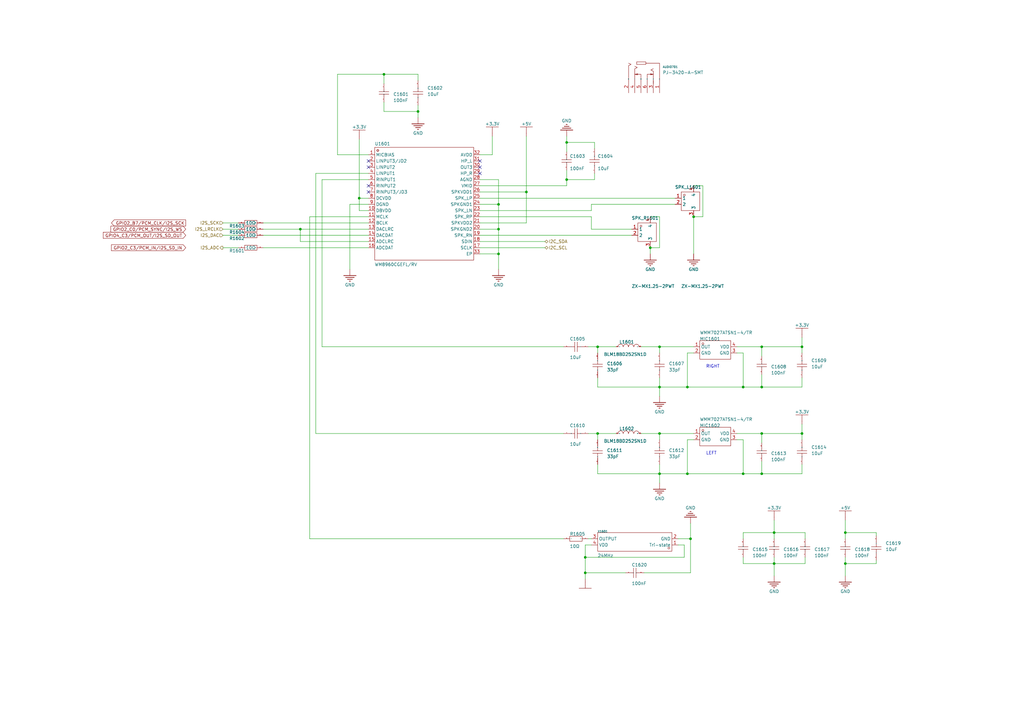
<source format=kicad_sch>
(kicad_sch (version 20250114) (generator "eeschema") (generator_version "9.0")
  (paper "A3")
  (title_block (date "2025-02-21"))
  (lib_symbols
    (symbol "mainboard:0402B104K250NT"
      (property "Reference" "C" (at 0 0 0))
      (symbol "0402B104K250NT_1_0"
        (pin input line (at -3.81 0 0) (length 2.54) (name "1") (number "1"))
        (pin input line (at 3.81 0 180) (length 2.54) (name "2") (number "2"))
      )
    )
    (symbol "mainboard:0603CG330J500NT"
      (property "Reference" "C" (at 0 0 0))
      (symbol "0603CG330J500NT_1_0"
        (pin unspecified line (at -5.08 0 0) (length 2.54) (name "1") (number "1"))
        (pin unspecified line (at 5.08 0 180) (length 2.54) (name "2") (number "2"))
      )
    )
    (symbol "mainboard:0603WAF100JT5E"
      (property "Reference" "R" (at 0 0 0))
      (symbol "0603WAF100JT5E_1_0"
        (pin input line (at -5.08 0 0) (length 2.54) (name "1") (number "1"))
        (pin input line (at 5.08 0 180) (length 2.54) (name "2") (number "2"))
      )
    )
    (symbol "mainboard:BLM18BD252SN1D"
      (property "Reference" "L" (at 0 0 0))
      (symbol "BLM18BD252SN1D_1_0"
        (pin input line (at -5.08 0 0) (length 0.762) (name "1") (number "1"))
        (pin input line (at 5.08 0 180) (length 0.762) (name "2") (number "2"))
      )
    )
    (symbol "mainboard:CL10A106MA8NRNC"
      (property "Reference" "C" (at 0 0 0))
      (symbol "CL10A106MA8NRNC_1_0"
        (pin input line (at -5.08 0 0) (length 2.54) (name "1") (number "1"))
        (pin input line (at 5.08 0 180) (length 2.54) (name "2") (number "2"))
      )
    )
    (symbol "mainboard:Ground-GND" (power) (pin_numbers (hide yes)) (pin_names (hide yes))
      (property "Value" "GND" (at 0 -6.35 0))
      (symbol "Ground-GND_1_0"
        (pin power_in line (at 0 0 270) (length 2.54) (name "") (number "1"))
      )
    )
    (symbol "mainboard:OT322524MJBA4SL"
      (property "Reference" "X" (at 0 0 0))
      (symbol "OT322524MJBA4SL_1_0"
        (pin input line (at -17.78 1.27 0) (length 2.54) (name "Tri-state") (number "1"))
        (pin input line (at -17.78 -1.27 0) (length 2.54) (name "GND") (number "2"))
        (pin input line (at 17.78 1.27 180) (length 2.54) (name "VDD") (number "4"))
        (pin input line (at 17.78 -1.27 180) (length 2.54) (name "OUTPUT") (number "3"))
      )
    )
    (symbol "mainboard:PJ-3537-X"
      (property "Reference" "AUDIO" (at 0 0 0))
      (symbol "PJ-3537-X_1_0"
        (pin input line (at 5.08 7.62 180) (length 5.08) (name "1") (number "1"))
        (pin input line (at 5.08 5.08 180) (length 5.08) (name "3") (number "3"))
        (pin input line (at 5.08 2.54 180) (length 5.08) (name "6") (number "6"))
        (pin input line (at 5.08 0 180) (length 5.08) (name "5") (number "5"))
        (pin input line (at 5.08 -2.54 180) (length 5.08) (name "4") (number "4"))
        (pin input line (at 5.08 -5.08 180) (length 5.08) (name "2") (number "2"))
      )
    )
    (symbol "mainboard:Power-5V" (power) (pin_numbers (hide yes)) (pin_names (hide yes))
      (symbol "Power-5V_1_0"
        (pin power_in line (at 0 0 90) (length 1.27) (name "") (number "1"))
      )
    )
    (symbol "mainboard:WM8960CGEFL/RV"
      (property "Reference" "U" (at 0 0 0))
      (symbol "WM8960CGEFL/RV_1_0"
        (pin unspecified line (at -22.86 19.05 0) (length 2.54) (name "MICBIAS") (number "1"))
        (pin unspecified line (at -22.86 16.51 0) (length 2.54) (name "LINPUT3/JD2") (number "2"))
        (pin unspecified line (at -22.86 13.97 0) (length 2.54) (name "LINPUT2") (number "3"))
        (pin unspecified line (at -22.86 11.43 0) (length 2.54) (name "LINPUT1") (number "4"))
        (pin unspecified line (at -22.86 8.89 0) (length 2.54) (name "RINPUT1") (number "5"))
        (pin unspecified line (at -22.86 6.35 0) (length 2.54) (name "RINPUT2") (number "6"))
        (pin unspecified line (at -22.86 3.81 0) (length 2.54) (name "RINPUT3/JD3") (number "7"))
        (pin unspecified line (at -22.86 1.27 0) (length 2.54) (name "DCVDD") (number "8"))
        (pin unspecified line (at -22.86 -1.27 0) (length 2.54) (name "DGND") (number "9"))
        (pin unspecified line (at -22.86 -3.81 0) (length 2.54) (name "DBVDD") (number "10"))
        (pin unspecified line (at -22.86 -6.35 0) (length 2.54) (name "MCLK") (number "11"))
        (pin unspecified line (at -22.86 -8.89 0) (length 2.54) (name "BCLK") (number "12"))
        (pin unspecified line (at -22.86 -11.43 0) (length 2.54) (name "DACLRC") (number "13"))
        (pin unspecified line (at -22.86 -13.97 0) (length 2.54) (name "DACDAT") (number "14"))
        (pin unspecified line (at -22.86 -16.51 0) (length 2.54) (name "ADCLRC") (number "15"))
        (pin unspecified line (at -22.86 -19.05 0) (length 2.54) (name "ADCDAT") (number "16"))
        (pin unspecified line (at 22.86 19.05 180) (length 2.54) (name "AVDD") (number "32"))
        (pin unspecified line (at 22.86 16.51 180) (length 2.54) (name "HP_L") (number "31"))
        (pin unspecified line (at 22.86 13.97 180) (length 2.54) (name "OUT3") (number "30"))
        (pin unspecified line (at 22.86 11.43 180) (length 2.54) (name "HP_R") (number "29"))
        (pin unspecified line (at 22.86 8.89 180) (length 2.54) (name "AGND") (number "28"))
        (pin unspecified line (at 22.86 6.35 180) (length 2.54) (name "VMID") (number "27"))
        (pin unspecified line (at 22.86 3.81 180) (length 2.54) (name "SPKVDD1") (number "26"))
        (pin unspecified line (at 22.86 1.27 180) (length 2.54) (name "SPK_LP") (number "25"))
        (pin unspecified line (at 22.86 -1.27 180) (length 2.54) (name "SPKGND1") (number "24"))
        (pin unspecified line (at 22.86 -3.81 180) (length 2.54) (name "SPK_LN") (number "23"))
        (pin unspecified line (at 22.86 -6.35 180) (length 2.54) (name "SPK_RP") (number "22"))
        (pin unspecified line (at 22.86 -8.89 180) (length 2.54) (name "SPKVDD2") (number "21"))
        (pin unspecified line (at 22.86 -11.43 180) (length 2.54) (name "SPKGND2") (number "20"))
        (pin unspecified line (at 22.86 -13.97 180) (length 2.54) (name "SPK_RN") (number "19"))
        (pin unspecified line (at 22.86 -16.51 180) (length 2.54) (name "SDIN") (number "18"))
        (pin unspecified line (at 22.86 -19.05 180) (length 2.54) (name "SCLK") (number "17"))
        (pin unspecified line (at 22.86 -21.59 180) (length 2.54) (name "EP") (number "33"))
      )
    )
    (symbol "mainboard:WMM7027ATSN1-4/TR"
      (property "Reference" "MIC" (at 0 0 0))
      (symbol "WMM7027ATSN1-4/TR_1_0"
        (pin unspecified line (at -8.89 1.27 0) (length 2.54) (name "OUT") (number "1"))
        (pin unspecified line (at -8.89 -1.27 0) (length 2.54) (name "GND") (number "2"))
        (pin unspecified line (at 8.89 1.27 180) (length 2.54) (name "VDD") (number "4"))
        (pin unspecified line (at 8.89 -1.27 180) (length 2.54) (name "GND") (number "3"))
      )
    )
    (symbol "mainboard:ZX-MX1.25-2PWT"
      (property "Reference" "U" (at 0 0 0))
      (symbol "ZX-MX1.25-2PWT_1_0"
        (pin unspecified line (at -5.08 2.54 0) (length 2.54) (name "1") (number "1"))
        (pin unspecified line (at -5.08 0 0) (length 2.54) (name "2") (number "2"))
        (pin unspecified line (at 2.54 7.62 270) (length 2.54) (name "4") (number "4"))
        (pin unspecified line (at 2.54 -5.08 90) (length 2.54) (name "3") (number "3"))
      )
    )
  )
  (text "RIGHT" (at 289.56 151.13 0) (effects (font (size 1.27 1.27)) (justify left bottom)))
  (text "LEFT" (at 289.56 186.69 0) (effects (font (size 1.27 1.27)) (justify left bottom)))
  (junction (at 283.21 220.98))
  (junction (at 328.93 142.24))
  (junction (at 266.7 101.6))
  (junction (at 270.51 177.8))
  (junction (at 215.9 78.74))
  (junction (at 304.8 158.75))
  (junction (at 312.42 142.24))
  (junction (at 123.19 93.98))
  (junction (at 281.94 194.31))
  (junction (at 346.71 231.14))
  (junction (at 312.42 158.75))
  (junction (at 346.71 218.44))
  (junction (at 232.41 58.42))
  (junction (at 312.42 194.31))
  (junction (at 270.51 158.75))
  (junction (at 157.48 30.48))
  (junction (at 240.03 234.95))
  (junction (at 232.41 73.66))
  (junction (at 270.51 142.24))
  (junction (at 245.11 142.24))
  (junction (at 328.93 177.8))
  (junction (at 240.03 228.6))
  (junction (at 204.47 93.98))
  (junction (at 147.32 81.28))
  (junction (at 245.11 177.8))
  (junction (at 281.94 158.75))
  (junction (at 270.51 194.31))
  (junction (at 317.5 218.44))
  (junction (at 171.45 45.72))
  (junction (at 304.8 194.31))
  (junction (at 312.42 177.8))
  (junction (at 204.47 83.82))
  (junction (at 204.47 104.14))
  (junction (at 284.48 88.9))
  (junction (at 317.5 231.14))
  (no_connect (at 196.85 66.04))
  (no_connect (at 196.85 71.12))
  (no_connect (at 196.85 68.58))
  (no_connect (at 151.13 76.2))
  (no_connect (at 151.13 66.04))
  (no_connect (at 151.13 68.58))
  (no_connect (at 151.13 78.74))
  (wire (pts (xy 346.71 228.6) (xy 346.71 231.14)))
  (wire (pts (xy 147.32 57.15) (xy 147.32 81.28)))
  (wire (pts (xy 241.3 142.24) (xy 245.11 142.24)))
  (wire (pts (xy 245.11 190.5) (xy 245.11 194.31)))
  (wire (pts (xy 138.43 30.48) (xy 138.43 63.5)))
  (wire (pts (xy 328.93 142.24) (xy 312.42 142.24)))
  (wire (pts (xy 123.19 93.98) (xy 123.19 99.06)))
  (wire (pts (xy 328.93 180.34) (xy 328.93 177.8)))
  (wire (pts (xy 157.48 30.48) (xy 138.43 30.48)))
  (wire (pts (xy 312.42 194.31) (xy 304.8 194.31)))
  (wire (pts (xy 241.3 177.8) (xy 245.11 177.8)))
  (wire (pts (xy 171.45 43.18) (xy 171.45 45.72)))
  (wire (pts (xy 312.42 142.24) (xy 312.42 146.05)))
  (wire (pts (xy 283.21 214.63) (xy 283.21 220.98)))
  (wire (pts (xy 328.93 158.75) (xy 328.93 154.94)))
  (wire (pts (xy 317.5 231.14) (xy 317.5 228.6)))
  (wire (pts (xy 240.03 228.6) (xy 280.67 228.6)))
  (wire (pts (xy 346.71 213.36) (xy 346.71 218.44)))
  (wire (pts (xy 328.93 142.24) (xy 328.93 138.43)))
  (wire (pts (xy 151.13 63.5) (xy 138.43 63.5)))
  (wire (pts (xy 129.54 177.8) (xy 231.14 177.8)))
  (wire (pts (xy 328.93 144.78) (xy 328.93 142.24)))
  (wire (pts (xy 270.51 177.8) (xy 262.89 177.8)))
  (wire (pts (xy 270.51 88.9) (xy 266.7 88.9)))
  (wire (pts (xy 284.48 180.34) (xy 281.94 180.34)))
  (wire (pts (xy 201.93 55.88) (xy 201.93 63.5)))
  (wire (pts (xy 243.84 60.96) (xy 243.84 58.42)))
  (wire (pts (xy 284.48 88.9) (xy 288.29 88.9)))
  (wire (pts (xy 232.41 73.66) (xy 232.41 69.85)))
  (wire (pts (xy 312.42 158.75) (xy 328.93 158.75)))
  (wire (pts (xy 204.47 83.82) (xy 204.47 73.66)))
  (wire (pts (xy 304.8 180.34) (xy 304.8 194.31)))
  (wire (pts (xy 151.13 71.12) (xy 129.54 71.12)))
  (wire (pts (xy 240.03 228.6) (xy 240.03 223.52)))
  (wire (pts (xy 242.57 83.82) (xy 242.57 86.36)))
  (wire (pts (xy 259.08 93.98) (xy 242.57 93.98)))
  (wire (pts (xy 283.21 220.98) (xy 283.21 234.95)))
  (wire (pts (xy 270.51 177.8) (xy 270.51 180.34)))
  (wire (pts (xy 215.9 78.74) (xy 215.9 91.44)))
  (wire (pts (xy 330.2 228.6) (xy 330.2 231.14)))
  (wire (pts (xy 107.95 91.44) (xy 151.13 91.44)))
  (wire (pts (xy 270.51 194.31) (xy 270.51 190.5)))
  (wire (pts (xy 359.41 229.87) (xy 359.41 231.14)))
  (wire (pts (xy 304.8 158.75) (xy 304.8 144.78)))
  (wire (pts (xy 107.95 96.52) (xy 151.13 96.52)))
  (wire (pts (xy 252.73 177.8) (xy 245.11 177.8)))
  (wire (pts (xy 91.44 93.98) (xy 97.79 93.98)))
  (wire (pts (xy 215.9 78.74) (xy 215.9 55.88)))
  (wire (pts (xy 196.85 83.82) (xy 204.47 83.82)))
  (wire (pts (xy 276.86 83.82) (xy 242.57 83.82)))
  (wire (pts (xy 317.5 220.98) (xy 317.5 218.44)))
  (wire (pts (xy 196.85 78.74) (xy 215.9 78.74)))
  (wire (pts (xy 281.94 158.75) (xy 281.94 144.78)))
  (wire (pts (xy 232.41 76.2) (xy 232.41 73.66)))
  (wire (pts (xy 132.08 142.24) (xy 132.08 73.66)))
  (wire (pts (xy 243.84 71.12) (xy 243.84 73.66)))
  (wire (pts (xy 359.41 218.44) (xy 346.71 218.44)))
  (wire (pts (xy 196.85 93.98) (xy 204.47 93.98)))
  (wire (pts (xy 147.32 86.36) (xy 151.13 86.36)))
  (wire (pts (xy 328.93 177.8) (xy 312.42 177.8)))
  (wire (pts (xy 240.03 237.49) (xy 240.03 234.95)))
  (wire (pts (xy 259.08 96.52) (xy 196.85 96.52)))
  (wire (pts (xy 256.54 234.95) (xy 240.03 234.95)))
  (wire (pts (xy 346.71 236.22) (xy 346.71 231.14)))
  (wire (pts (xy 201.93 63.5) (xy 196.85 63.5)))
  (wire (pts (xy 91.44 101.6) (xy 97.79 101.6)))
  (wire (pts (xy 270.51 158.75) (xy 270.51 154.94)))
  (wire (pts (xy 151.13 83.82) (xy 143.51 83.82)))
  (wire (pts (xy 346.71 231.14) (xy 359.41 231.14)))
  (wire (pts (xy 242.57 88.9) (xy 242.57 93.98)))
  (wire (pts (xy 302.26 180.34) (xy 304.8 180.34)))
  (wire (pts (xy 147.32 81.28) (xy 147.32 86.36)))
  (wire (pts (xy 243.84 58.42) (xy 232.41 58.42)))
  (wire (pts (xy 196.85 99.06) (xy 223.52 99.06)))
  (wire (pts (xy 157.48 45.72) (xy 157.48 41.91)))
  (wire (pts (xy 270.51 142.24) (xy 262.89 142.24)))
  (wire (pts (xy 232.41 76.2) (xy 196.85 76.2)))
  (wire (pts (xy 270.51 88.9) (xy 270.51 101.6)))
  (wire (pts (xy 304.8 228.6) (xy 304.8 231.14)))
  (wire (pts (xy 127 88.9) (xy 151.13 88.9)))
  (wire (pts (xy 312.42 177.8) (xy 312.42 181.61)))
  (wire (pts (xy 171.45 30.48) (xy 157.48 30.48)))
  (wire (pts (xy 328.93 190.5) (xy 328.93 194.31)))
  (wire (pts (xy 312.42 158.75) (xy 304.8 158.75)))
  (wire (pts (xy 288.29 88.9) (xy 288.29 76.2)))
  (wire (pts (xy 129.54 71.12) (xy 129.54 177.8)))
  (wire (pts (xy 270.51 158.75) (xy 281.94 158.75)))
  (wire (pts (xy 232.41 62.23) (xy 232.41 58.42)))
  (wire (pts (xy 312.42 158.75) (xy 312.42 153.67)))
  (wire (pts (xy 215.9 91.44) (xy 196.85 91.44)))
  (wire (pts (xy 204.47 104.14) (xy 204.47 110.49)))
  (wire (pts (xy 245.11 142.24) (xy 252.73 142.24)))
  (wire (pts (xy 328.93 177.8) (xy 328.93 173.99)))
  (wire (pts (xy 132.08 142.24) (xy 231.14 142.24)))
  (wire (pts (xy 171.45 45.72) (xy 171.45 48.26)))
  (wire (pts (xy 270.51 162.56) (xy 270.51 158.75)))
  (wire (pts (xy 143.51 83.82) (xy 143.51 110.49)))
  (wire (pts (xy 276.86 81.28) (xy 196.85 81.28)))
  (wire (pts (xy 280.67 223.52) (xy 278.13 223.52)))
  (wire (pts (xy 107.95 101.6) (xy 151.13 101.6)))
  (wire (pts (xy 280.67 228.6) (xy 280.67 223.52)))
  (wire (pts (xy 242.57 220.98) (xy 241.3 220.98)))
  (wire (pts (xy 317.5 218.44) (xy 317.5 213.36)))
  (wire (pts (xy 284.48 142.24) (xy 270.51 142.24)))
  (wire (pts (xy 317.5 236.22) (xy 317.5 231.14)))
  (wire (pts (xy 243.84 73.66) (xy 232.41 73.66)))
  (wire (pts (xy 127 220.98) (xy 127 88.9)))
  (wire (pts (xy 266.7 101.6) (xy 270.51 101.6)))
  (wire (pts (xy 204.47 93.98) (xy 204.47 104.14)))
  (wire (pts (xy 242.57 88.9) (xy 196.85 88.9)))
  (wire (pts (xy 288.29 76.2) (xy 284.48 76.2)))
  (wire (pts (xy 196.85 104.14) (xy 204.47 104.14)))
  (wire (pts (xy 281.94 194.31) (xy 270.51 194.31)))
  (wire (pts (xy 245.11 194.31) (xy 270.51 194.31)))
  (wire (pts (xy 270.51 142.24) (xy 270.51 144.78)))
  (wire (pts (xy 304.8 194.31) (xy 281.94 194.31)))
  (wire (pts (xy 304.8 220.98) (xy 304.8 218.44)))
  (wire (pts (xy 171.45 30.48) (xy 171.45 33.02)))
  (wire (pts (xy 123.19 99.06) (xy 151.13 99.06)))
  (wire (pts (xy 266.7 101.6) (xy 266.7 104.14)))
  (wire (pts (xy 330.2 220.98) (xy 330.2 218.44)))
  (wire (pts (xy 91.44 91.44) (xy 97.79 91.44)))
  (wire (pts (xy 312.42 177.8) (xy 302.26 177.8)))
  (wire (pts (xy 264.16 234.95) (xy 283.21 234.95)))
  (wire (pts (xy 270.51 194.31) (xy 270.51 198.12)))
  (wire (pts (xy 157.48 30.48) (xy 157.48 34.29)))
  (wire (pts (xy 242.57 86.36) (xy 196.85 86.36)))
  (wire (pts (xy 281.94 144.78) (xy 284.48 144.78)))
  (wire (pts (xy 245.11 177.8) (xy 245.11 180.34)))
  (wire (pts (xy 242.57 223.52) (xy 240.03 223.52)))
  (wire (pts (xy 196.85 101.6) (xy 223.52 101.6)))
  (wire (pts (xy 123.19 93.98) (xy 151.13 93.98)))
  (wire (pts (xy 281.94 158.75) (xy 304.8 158.75)))
  (wire (pts (xy 330.2 218.44) (xy 317.5 218.44)))
  (wire (pts (xy 304.8 218.44) (xy 317.5 218.44)))
  (wire (pts (xy 284.48 177.8) (xy 270.51 177.8)))
  (wire (pts (xy 281.94 180.34) (xy 281.94 194.31)))
  (wire (pts (xy 231.14 220.98) (xy 127 220.98)))
  (wire (pts (xy 204.47 83.82) (xy 204.47 93.98)))
  (wire (pts (xy 204.47 73.66) (xy 196.85 73.66)))
  (wire (pts (xy 151.13 81.28) (xy 147.32 81.28)))
  (wire (pts (xy 302.26 144.78) (xy 304.8 144.78)))
  (wire (pts (xy 240.03 234.95) (xy 240.03 228.6)))
  (wire (pts (xy 151.13 73.66) (xy 132.08 73.66)))
  (wire (pts (xy 245.11 158.75) (xy 270.51 158.75)))
  (wire (pts (xy 328.93 194.31) (xy 312.42 194.31)))
  (wire (pts (xy 245.11 158.75) (xy 245.11 154.94)))
  (wire (pts (xy 312.42 189.23) (xy 312.42 194.31)))
  (wire (pts (xy 304.8 231.14) (xy 317.5 231.14)))
  (wire (pts (xy 107.95 93.98) (xy 123.19 93.98)))
  (wire (pts (xy 312.42 142.24) (xy 302.26 142.24)))
  (wire (pts (xy 171.45 45.72) (xy 157.48 45.72)))
  (wire (pts (xy 359.41 219.71) (xy 359.41 218.44)))
  (wire (pts (xy 283.21 220.98) (xy 278.13 220.98)))
  (wire (pts (xy 284.48 88.9) (xy 284.48 104.14)))
  (wire (pts (xy 245.11 144.78) (xy 245.11 142.24)))
  (wire (pts (xy 346.71 218.44) (xy 346.71 220.98)))
  (wire (pts (xy 91.44 96.52) (xy 97.79 96.52)))
  (wire (pts (xy 232.41 58.42) (xy 232.41 55.88)))
  (wire (pts (xy 330.2 231.14) (xy 317.5 231.14)))
  (global_label "GPIO2_B7/PCM_CLK/I2S_SCK" (shape output) (at 76.2 91.44 180) (property "Intersheetrefs" "${INTERSHEET_REFS}" (effects (hide yes))))
  (global_label "GPIO2_C0/PCM_SYNC/I2S_WS" (shape input) (at 76.2 93.98 180) (property "Intersheetrefs" "${INTERSHEET_REFS}" (effects (hide yes))))
  (global_label "GPIO2_C3/PCM_IN/I2S_SD_IN" (shape input) (at 76.2 101.6 180) (property "Intersheetrefs" "${INTERSHEET_REFS}" (effects (hide yes))))
  (global_label "GPIO4_C3/PCM_OUT/I2S_SD_OUT" (shape input) (at 76.2 96.52 180) (property "Intersheetrefs" "${INTERSHEET_REFS}" (effects (hide yes))))
  (hierarchical_label "I2S_LRCLK" (shape input) (at 91.44 93.98 180))
  (hierarchical_label "I2S_ADC" (shape output) (at 91.44 101.6 180))
  (hierarchical_label "I2C_SDA" (shape bidirectional) (at 223.52 99.06 0))
  (hierarchical_label "I2C_SCL" (shape bidirectional) (at 223.52 101.6 0))
  (hierarchical_label "I2S_DAC" (shape input) (at 91.44 96.52 180))
  (hierarchical_label "I2S_SCK" (shape input) (at 91.44 91.44 180))
  (symbol (lib_id "mainboard:0402B104K250NT") (at 312.42 149.86 90) (unit 1)
    (property "Reference" "C1608" (at 316.23 151.13 90) (effects (justify right top)))
    (property "Value" "100nF" (at 316.23 153.67 90) (effects (justify right top)))
    (property "Footprint" "mainboard:C0402" (effects (hide yes)))
    (property "Datasheet" "https://atta.szlcsc.com/upload/public/pdf/source/20200305/C486355_26A10D38EF8C2A5C37091D0039909270.pdf" (effects (hide yes)))
    (property "Description" "Capacitance:100nF Tolerance:±10% Tolerance:±10% Voltage Rated: Temperature Coefficient:" (effects (hide yes)))
    (property "Manufacturer Part" "0402B104K250NT" (effects (hide yes)))
    (property "Manufacturer" "FH(风华)" (effects (hide yes)))
    (property "Supplier Part" "C56392" (effects (hide yes)))
    (property "Supplier" "LCSC" (effects (hide yes)))
    (property "LCSC Part Name" "100nF ±10% 25V" (effects (hide yes)))
  )
  (symbol (lib_id "mainboard:BLM18BD252SN1D") (at 257.81 142.24 0) (unit 1)
    (property "Reference" "L1601" (at 254 140.97 0) (effects (justify left bottom)))
    (property "Value" "BLM18BD252SN1D" (at 247.65 146.05 0) (effects (justify left bottom)))
    (property "Footprint" "mainboard:L0603" (effects (hide yes)))
    (property "Datasheet" "https://atta.szlcsc.com/upload/public/pdf/source/20170721/C87063_1500619398878834175.pdf" (effects (hide yes)))
    (property "Description" "Impedance @ Frequency:2.5kΩ@100MHz Tolerance:±25% Tolerance:±25% DC Resistance:1.5Ω Current Rating:150mA Circuits:1" (effects (hide yes)))
    (property "Manufacturer Part" "BLM18BD252SN1D" (effects (hide yes)))
    (property "Manufacturer" "muRata(村田)" (effects (hide yes)))
    (property "Supplier Part" "C77668" (effects (hide yes)))
    (property "Supplier" "LCSC" (effects (hide yes)))
    (property "LCSC Part Name" "单路 0603磁珠 阻抗2.5kΩ@100MHz" (effects (hide yes)))
  )
  (symbol (lib_id "mainboard:0402B104K250NT") (at 317.5 224.79 90) (unit 1)
    (property "Reference" "C1616" (at 321.31 226.06 90) (effects (justify right top)))
    (property "Value" "100nF" (at 321.31 228.6 90) (effects (justify right top)))
    (property "Footprint" "mainboard:C0402" (effects (hide yes)))
    (property "Datasheet" "https://atta.szlcsc.com/upload/public/pdf/source/20200305/C486355_26A10D38EF8C2A5C37091D0039909270.pdf" (effects (hide yes)))
    (property "Description" "Capacitance:100nF Tolerance:±10% Tolerance:±10% Voltage Rated: Temperature Coefficient:" (effects (hide yes)))
    (property "Manufacturer Part" "0402B104K250NT" (effects (hide yes)))
    (property "Manufacturer" "FH(风华)" (effects (hide yes)))
    (property "Supplier Part" "C56392" (effects (hide yes)))
    (property "Supplier" "LCSC" (effects (hide yes)))
    (property "LCSC Part Name" "100nF ±10% 25V" (effects (hide yes)))
  )
  (symbol (lib_id "mainboard:Power-5V") (at 240.03 237.49 180) (unit 1)
    (property "Reference" "#PWR01619" (effects (hide yes)))
    (property "Value" "+3.3V" (effects (hide yes)))
    (property "Footprint" "mainboard:" (effects (hide yes)))
    (property "Description" "Power-5V" (effects (hide yes)))
  )
  (symbol (lib_id "mainboard:CL10A106MA8NRNC") (at 359.41 224.79 90) (unit 1)
    (property "Reference" "C1619" (at 363.22 223.52 90) (effects (justify right top)))
    (property "Value" "10uF" (at 363.22 226.06 90) (effects (justify right top)))
    (property "Footprint" "mainboard:C0603" (effects (hide yes)))
    (property "Datasheet" "https://atta.szlcsc.com/upload/public/pdf/source/20160218/1457707763339.pdf" (effects (hide yes)))
    (property "Description" "Capacitance: Tolerance:±20% Tolerance:±20% Voltage Rated: Temperature Coefficient:" (effects (hide yes)))
    (property "Manufacturer Part" "CL10A106MA8NRNC" (effects (hide yes)))
    (property "Manufacturer" "SAMSUNG(三星)" (effects (hide yes)))
    (property "Supplier Part" "C96446" (effects (hide yes)))
    (property "Supplier" "LCSC" (effects (hide yes)))
    (property "LCSC Part Name" "10uF ±20% 25V" (effects (hide yes)))
  )
  (symbol (lib_id "mainboard:PJ-3537-X") (at 262.89 33.02 270) (unit 1)
    (property "Reference" "AUDIO701" (at 271.78 27.94 90) (effects (font (size 0.8382 0.8382)) (justify left bottom)))
    (property "Value" "PJ-3420-A-SMT" (at 271.78 30.48 90) (effects (justify left bottom)))
    (property "Footprint" "mainboard:AUDIO-SMD_PJ-3420-A-SMT_C319102" (effects (hide yes)))
    (property "Datasheet" "https://atta.szlcsc.com/upload/public/pdf/source/20211015/FA11597DF53DC331FB6A72D64BA50234.pdf" (effects (hide yes)))
    (property "Description" "Connector Type:3.5mm耳机座 Current Rating (Max):500mA Voltage Rating (Max):30V Operating Temperature Range:-20°C~+70°C Operating Temperature Range:-20°C~+70°C Soldering Temperature(Max):235°C" (effects (hide yes)))
    (property "Manufacturer Part" "PJ-3420-A-SMT" (effects (hide yes)))
    (property "Manufacturer" "XKB Connectivity(中国星坤)" (effects (hide yes)))
    (property "Supplier Part" "C319102" (effects (hide yes)))
    (property "Supplier" "LCSC" (effects (hide yes)))
    (property "LCSC Part Name" "3.5mm耳机座" (effects (hide yes)))
  )
  (symbol (lib_id "mainboard:0603CG330J500NT") (at 245.11 149.86 90) (unit 1)
    (property "Reference" "C1606" (at 248.92 149.86 90) (effects (justify right top)))
    (property "Value" "33pF" (at 248.92 152.4 90) (effects (justify right top)))
    (property "Footprint" "mainboard:C0603" (effects (hide yes)))
    (property "Datasheet" "https://atta.szlcsc.com/upload/public/pdf/source/20200305/C486355_26A10D38EF8C2A5C37091D0039909270.pdf" (effects (hide yes)))
    (property "Description" "Capacitance: Tolerance:±5% Tolerance:±5% Voltage Rated: Temperature Coefficient:" (effects (hide yes)))
    (property "Manufacturer Part" "0603CG330J500NT" (effects (hide yes)))
    (property "Manufacturer" "FH(风华)" (effects (hide yes)))
    (property "Supplier Part" "C91368" (effects (hide yes)))
    (property "Supplier" "LCSC" (effects (hide yes)))
    (property "LCSC Part Name" "33pF ±5% 50V" (effects (hide yes)))
  )
  (symbol (lib_id "mainboard:Power-5V") (at 317.5 213.36 0) (unit 1)
    (property "Reference" "#PWR01614" (effects (hide yes)))
    (property "Value" "+3.3V" (at 317.5 208.28 0))
    (property "Footprint" "mainboard:" (effects (hide yes)))
    (property "Description" "Power-5V" (effects (hide yes)))
  )
  (symbol (lib_id "mainboard:Ground-GND") (at 270.51 162.56 0) (unit 1)
    (property "Reference" "#PWR01611" (effects (hide yes)))
    (property "Value" "GND" (at 270.51 168.91 0))
    (property "Footprint" "mainboard:" (effects (hide yes)))
  )
  (symbol (lib_id "mainboard:0603WAF100JT5E") (at 236.22 220.98 180) (unit 1)
    (property "Reference" "R1605" (at 233.68 219.71 0) (effects (justify right top)))
    (property "Value" "10Ω" (at 233.68 224.79 0) (effects (justify right top)))
    (property "Footprint" "mainboard:R0603" (effects (hide yes)))
    (property "Datasheet" "https://atta.szlcsc.com/upload/public/pdf/source/20200306/C422600_1E6D84923E4A46A82E41ADD87F860B5C.pdf" (effects (hide yes)))
    (property "Description" "Type:Thick Film Resistors Resistance:10Ω Tolerance:±1% Tolerance:±1% Power(Watts): Overload Voltage (Max): Temperature Coefficient:±400ppm/°C Temperature Coefficient:±400ppm/°C Operating Temperature Range:-55°C~+155°C Operating Temperature Range:-55°C~+155°C" (effects (hide yes)))
    (property "Manufacturer Part" "0603WAF100JT5E" (effects (hide yes)))
    (property "Manufacturer" "UNI-ROYAL(厚声)" (effects (hide yes)))
    (property "Supplier Part" "C22859" (effects (hide yes)))
    (property "Supplier" "LCSC" (effects (hide yes)))
    (property "LCSC Part Name" "10Ω ±1% 100mW 厚膜电阻" (effects (hide yes)))
  )
  (symbol (lib_id "mainboard:Power-5V") (at 328.93 138.43 0) (unit 1)
    (property "Reference" "#PWR01610" (effects (hide yes)))
    (property "Value" "+3.3V" (at 328.93 133.35 0))
    (property "Footprint" "mainboard:" (effects (hide yes)))
    (property "Description" "Power-5V" (effects (hide yes)))
  )
  (symbol (lib_id "mainboard:Ground-GND") (at 204.47 110.49 0) (unit 1)
    (property "Reference" "#PWR01609" (effects (hide yes)))
    (property "Value" "GND" (at 204.47 116.84 0))
    (property "Footprint" "mainboard:" (effects (hide yes)))
  )
  (symbol (lib_id "mainboard:ZX-MX1.25-2PWT") (at 264.16 96.52 0) (unit 1)
    (property "Reference" "SPK_R1601" (at 259.08 90.17 0) (effects (justify left bottom)))
    (property "Value" "ZX-MX1.25-2PWT" (at 259.08 118.11 0) (effects (justify left bottom)))
    (property "Footprint" "mainboard:CONN-SMD_2P-P1.25_MEGASTAR_ZX-MX1.25-2PWT" (effects (hide yes)))
    (property "Datasheet" "https://atta.szlcsc.com/upload/public/pdf/source/20230619/2BD294665F872DB10EDB44FDEDF5F6D3.pdf" (effects (hide yes)))
    (property "Description" "Pins Structure:1x2P Pitch:1.25mm Mounting Style:Horizontal attachment Reference Series:PicoBlade(MX 1.25) Number of Pins:2P Number of Rows:1 Number of PINs Per Row:2 Row Spacing:- Current Rating (Max):- Contact Material:Brass Contact Plating:Tin Operating" (effects (hide yes)))
    (property "Manufacturer Part" "ZX-MX1.25-2PWT" (effects (hide yes)))
    (property "Manufacturer" "Megastar(兆星)" (effects (hide yes)))
    (property "Supplier Part" "C7430468" (effects (hide yes)))
    (property "Supplier" "LCSC" (effects (hide yes)))
    (property "LCSC Part Name" "1x2P 间距:1.25mm 卧贴 系列:PicoBlade(MX 1.25) 配套胶壳型号：ZX-MX1.25-2PJK 配套端子型号：ZX-MX1.25-DZ 配套杜邦线型号：ZX-MX1.25-2PBXC" (effects (hide yes)))
  )
  (symbol (lib_id "mainboard:0603WAF100JT5E") (at 102.87 93.98 0) (unit 1)
    (property "Reference" "R1604" (at 100.33 94.488 0) (effects (justify right top)))
    (property "Value" "10Ω" (at 102.87 93.98 0))
    (property "Footprint" "mainboard:R0603" (effects (hide yes)))
    (property "Datasheet" "https://atta.szlcsc.com/upload/public/pdf/source/20200306/C422600_1E6D84923E4A46A82E41ADD87F860B5C.pdf" (effects (hide yes)))
    (property "Description" "Type:Thick Film Resistors Resistance:10Ω Tolerance:±1% Tolerance:±1% Power(Watts): Overload Voltage (Max): Temperature Coefficient:±400ppm/°C Temperature Coefficient:±400ppm/°C Operating Temperature Range:-55°C~+155°C Operating Temperature Range:-55°C~+155°C" (effects (hide yes)))
    (property "Manufacturer Part" "0603WAF100JT5E" (effects (hide yes)))
    (property "Manufacturer" "UNI-ROYAL(厚声)" (effects (hide yes)))
    (property "Supplier Part" "C22859" (effects (hide yes)))
    (property "Supplier" "LCSC" (effects (hide yes)))
    (property "LCSC Part Name" "10Ω ±1% 100mW 厚膜电阻" (effects (hide yes)))
  )
  (symbol (lib_id "mainboard:Ground-GND") (at 232.41 55.88 180) (unit 1)
    (property "Reference" "#PWR01604" (effects (hide yes)))
    (property "Value" "GND" (at 232.41 49.53 0))
    (property "Footprint" "mainboard:" (effects (hide yes)))
  )
  (symbol (lib_id "mainboard:Ground-GND") (at 283.21 214.63 180) (unit 1)
    (property "Reference" "#PWR01616" (effects (hide yes)))
    (property "Value" "GND" (at 283.21 208.28 0))
    (property "Footprint" "mainboard:" (effects (hide yes)))
  )
  (symbol (lib_id "mainboard:ZX-MX1.25-2PWT") (at 281.94 83.82 0) (unit 1)
    (property "Reference" "SPK_L1601" (at 276.86 77.47 0) (effects (justify left bottom)))
    (property "Value" "ZX-MX1.25-2PWT" (at 279.4 118.11 0) (effects (justify left bottom)))
    (property "Footprint" "mainboard:CONN-SMD_2P-P1.25_MEGASTAR_ZX-MX1.25-2PWT" (effects (hide yes)))
    (property "Datasheet" "https://atta.szlcsc.com/upload/public/pdf/source/20230619/2BD294665F872DB10EDB44FDEDF5F6D3.pdf" (effects (hide yes)))
    (property "Description" "Pins Structure:1x2P Pitch:1.25mm Mounting Style:Horizontal attachment Reference Series:PicoBlade(MX 1.25) Number of Pins:2P Number of Rows:1 Number of PINs Per Row:2 Row Spacing:- Current Rating (Max):- Contact Material:Brass Contact Plating:Tin Operating" (effects (hide yes)))
    (property "Manufacturer Part" "ZX-MX1.25-2PWT" (effects (hide yes)))
    (property "Manufacturer" "Megastar(兆星)" (effects (hide yes)))
    (property "Supplier Part" "C7430468" (effects (hide yes)))
    (property "Supplier" "LCSC" (effects (hide yes)))
    (property "LCSC Part Name" "1x2P 间距:1.25mm 卧贴 系列:PicoBlade(MX 1.25) 配套胶壳型号：ZX-MX1.25-2PJK 配套端子型号：ZX-MX1.25-DZ 配套杜邦线型号：ZX-MX1.25-2PBXC" (effects (hide yes)))
  )
  (symbol (lib_id "mainboard:OT322524MJBA4SL") (at 260.35 222.25 180) (unit 1)
    (property "Reference" "X1601" (at 245.11 218.44 0) (effects (font (size 0.8382 0.8382)) (justify right top)))
    (property "Value" "24MHz" (at 245.11 228.6 0) (effects (justify right top)))
    (property "Footprint" "mainboard:OSC-SMD_4P-L3.2-W2.5-BL-1" (effects (hide yes)))
    (property "Datasheet" "https://atta.szlcsc.com/upload/public/pdf/source/20231227/9362E8D9F653A9B3D1186A242C57BCD4.pdf" (effects (hide yes)))
    (property "Description" "Frequency:24MHz Supply Voltage:1.8V~3.3V Supply Voltage:1.8V~3.3V Frequency Stability(Full temperature range):±10ppm Frequency Stability(Full temperature range):±10ppm Operating Temperature:-40°C~+85°C Operating Temperature:-40°C~+85°C" (effects (hide yes)))
    (property "Manufacturer Part" "OT322524MJBA4SL" (effects (hide yes)))
    (property "Manufacturer" "YXC(扬兴晶振)" (effects (hide yes)))
    (property "Supplier Part" "C717686" (effects (hide yes)))
    (property "Supplier" "LCSC" (effects (hide yes)))
    (property "LCSC Part Name" "24MHz ±10ppm 1.8V~3.3V YSO110TR" (effects (hide yes)))
  )
  (symbol (lib_id "mainboard:WMM7027ATSN1-4/TR") (at 293.37 179.07 0) (unit 1)
    (property "Reference" "MIC1602" (at 287.02 175.26 0) (effects (justify left bottom)))
    (property "Value" "WMM7027ATSN1-4/TR" (at 287.02 172.72 0) (effects (justify left bottom)))
    (property "Footprint" "mainboard:MIC-SMD_4P-L2.8-W1.9-P1.84-TL" (effects (hide yes)))
    (property "Datasheet" "https://atta.szlcsc.com/upload/public/pdf/source/20211220/B18FE8532941C90C48A833B9888FB817.pdf" (effects (hide yes)))
    (property "Description" "Direction:全指向 Supply Voltage:1.5V~3.6V Supply Voltage:1.5V~3.6V Current Consumption:92uA Current Consumption:92uA SNR(Signal to Noise Ratio):59dB Sensitivity:-38dB Sensitivity:-38dB Impedance:300Ω" (effects (hide yes)))
    (property "Manufacturer Part" "WMM7027ATSN1-4/TR" (effects (hide yes)))
    (property "Manufacturer" "WILLSEMI(韦尔)" (effects (hide yes)))
    (property "Supplier Part" "C2931973" (effects (hide yes)))
    (property "Supplier" "LCSC" (effects (hide yes)))
    (property "LCSC Part Name" "WMM7027ATSN1-4/TR" (effects (hide yes)))
  )
  (symbol (lib_id "mainboard:0402B104K250NT") (at 346.71 224.79 90) (unit 1)
    (property "Reference" "C1618" (at 350.52 226.06 90) (effects (justify right top)))
    (property "Value" "100nF" (at 350.52 228.6 90) (effects (justify right top)))
    (property "Footprint" "mainboard:C0402" (effects (hide yes)))
    (property "Datasheet" "https://atta.szlcsc.com/upload/public/pdf/source/20200305/C486355_26A10D38EF8C2A5C37091D0039909270.pdf" (effects (hide yes)))
    (property "Description" "Capacitance:100nF Tolerance:±10% Tolerance:±10% Voltage Rated: Temperature Coefficient:" (effects (hide yes)))
    (property "Manufacturer Part" "0402B104K250NT" (effects (hide yes)))
    (property "Manufacturer" "FH(风华)" (effects (hide yes)))
    (property "Supplier Part" "C56392" (effects (hide yes)))
    (property "Supplier" "LCSC" (effects (hide yes)))
    (property "LCSC Part Name" "100nF ±10% 25V" (effects (hide yes)))
  )
  (symbol (lib_id "mainboard:0402B104K250NT") (at 232.41 66.04 90) (unit 1)
    (property "Reference" "C1603" (at 233.68 64.77 90) (effects (justify right top)))
    (property "Value" "100nF" (at 233.68 69.85 90) (effects (justify right top)))
    (property "Footprint" "mainboard:C0402" (effects (hide yes)))
    (property "Datasheet" "https://atta.szlcsc.com/upload/public/pdf/source/20200305/C486355_26A10D38EF8C2A5C37091D0039909270.pdf" (effects (hide yes)))
    (property "Description" "Capacitance:100nF Tolerance:±10% Tolerance:±10% Voltage Rated: Temperature Coefficient:" (effects (hide yes)))
    (property "Manufacturer Part" "0402B104K250NT" (effects (hide yes)))
    (property "Manufacturer" "FH(风华)" (effects (hide yes)))
    (property "Supplier Part" "C56392" (effects (hide yes)))
    (property "Supplier" "LCSC" (effects (hide yes)))
    (property "LCSC Part Name" "100nF ±10% 25V" (effects (hide yes)))
  )
  (symbol (lib_id "mainboard:CL10A106MA8NRNC") (at 171.45 38.1 90) (unit 1)
    (property "Reference" "C1602" (at 175.26 36.83 90) (effects (justify right top)))
    (property "Value" "10uF" (at 175.26 39.37 90) (effects (justify right top)))
    (property "Footprint" "mainboard:C0603" (effects (hide yes)))
    (property "Datasheet" "https://atta.szlcsc.com/upload/public/pdf/source/20160218/1457707763339.pdf" (effects (hide yes)))
    (property "Description" "Capacitance: Tolerance:±20% Tolerance:±20% Voltage Rated: Temperature Coefficient:" (effects (hide yes)))
    (property "Manufacturer Part" "CL10A106MA8NRNC" (effects (hide yes)))
    (property "Manufacturer" "SAMSUNG(三星)" (effects (hide yes)))
    (property "Supplier Part" "C96446" (effects (hide yes)))
    (property "Supplier" "LCSC" (effects (hide yes)))
    (property "LCSC Part Name" "10uF ±20% 25V" (effects (hide yes)))
  )
  (symbol (lib_id "mainboard:0603CG330J500NT") (at 270.51 185.42 90) (unit 1)
    (property "Reference" "C1612" (at 274.32 185.42 90) (effects (justify right top)))
    (property "Value" "33pF" (at 274.32 187.96 90) (effects (justify right top)))
    (property "Footprint" "mainboard:C0603" (effects (hide yes)))
    (property "Datasheet" "https://atta.szlcsc.com/upload/public/pdf/source/20200305/C486355_26A10D38EF8C2A5C37091D0039909270.pdf" (effects (hide yes)))
    (property "Description" "Capacitance: Tolerance:±5% Tolerance:±5% Voltage Rated: Temperature Coefficient:" (effects (hide yes)))
    (property "Manufacturer Part" "0603CG330J500NT" (effects (hide yes)))
    (property "Manufacturer" "FH(风华)" (effects (hide yes)))
    (property "Supplier Part" "C91368" (effects (hide yes)))
    (property "Supplier" "LCSC" (effects (hide yes)))
    (property "LCSC Part Name" "33pF ±5% 50V" (effects (hide yes)))
  )
  (symbol (lib_id "mainboard:Ground-GND") (at 266.7 104.14 0) (unit 1)
    (property "Reference" "#PWR01606" (effects (hide yes)))
    (property "Value" "GND" (at 266.7 110.49 0))
    (property "Footprint" "mainboard:" (effects (hide yes)))
  )
  (symbol (lib_id "mainboard:Ground-GND") (at 317.5 236.22 0) (unit 1)
    (property "Reference" "#PWR01617" (effects (hide yes)))
    (property "Value" "GND" (at 317.5 242.57 0))
    (property "Footprint" "mainboard:" (effects (hide yes)))
  )
  (symbol (lib_id "mainboard:CL10A106MA8NRNC") (at 328.93 185.42 90) (unit 1)
    (property "Reference" "C1614" (at 332.74 184.15 90) (effects (justify right top)))
    (property "Value" "10uF" (at 332.74 186.69 90) (effects (justify right top)))
    (property "Footprint" "mainboard:C0603" (effects (hide yes)))
    (property "Datasheet" "https://atta.szlcsc.com/upload/public/pdf/source/20160218/1457707763339.pdf" (effects (hide yes)))
    (property "Description" "Capacitance: Tolerance:±20% Tolerance:±20% Voltage Rated: Temperature Coefficient:" (effects (hide yes)))
    (property "Manufacturer Part" "CL10A106MA8NRNC" (effects (hide yes)))
    (property "Manufacturer" "SAMSUNG(三星)" (effects (hide yes)))
    (property "Supplier Part" "C96446" (effects (hide yes)))
    (property "Supplier" "LCSC" (effects (hide yes)))
    (property "LCSC Part Name" "10uF ±20% 25V" (effects (hide yes)))
  )
  (symbol (lib_id "mainboard:Ground-GND") (at 143.51 110.49 0) (unit 1)
    (property "Reference" "#PWR01608" (effects (hide yes)))
    (property "Value" "GND" (at 143.51 116.84 0))
    (property "Footprint" "mainboard:" (effects (hide yes)))
  )
  (symbol (lib_id "mainboard:Power-5V") (at 215.9 55.88 0) (unit 1)
    (property "Reference" "#PWR01603" (effects (hide yes)))
    (property "Value" "+5V" (at 215.9 50.8 0))
    (property "Footprint" "mainboard:" (effects (hide yes)))
    (property "Description" "Power-5V" (effects (hide yes)))
  )
  (symbol (lib_id "mainboard:BLM18BD252SN1D") (at 257.81 177.8 0) (unit 1)
    (property "Reference" "L1602" (at 254 176.53 0) (effects (justify left bottom)))
    (property "Value" "BLM18BD252SN1D" (at 247.65 181.61 0) (effects (justify left bottom)))
    (property "Footprint" "mainboard:L0603" (effects (hide yes)))
    (property "Datasheet" "https://atta.szlcsc.com/upload/public/pdf/source/20170721/C87063_1500619398878834175.pdf" (effects (hide yes)))
    (property "Description" "Impedance @ Frequency:2.5kΩ@100MHz Tolerance:±25% Tolerance:±25% DC Resistance:1.5Ω Current Rating:150mA Circuits:1" (effects (hide yes)))
    (property "Manufacturer Part" "BLM18BD252SN1D" (effects (hide yes)))
    (property "Manufacturer" "muRata(村田)" (effects (hide yes)))
    (property "Supplier Part" "C77668" (effects (hide yes)))
    (property "Supplier" "LCSC" (effects (hide yes)))
    (property "LCSC Part Name" "单路 0603磁珠 阻抗2.5kΩ@100MHz" (effects (hide yes)))
  )
  (symbol (lib_id "mainboard:Power-5V") (at 147.32 57.15 0) (unit 1)
    (property "Reference" "#PWR01605" (effects (hide yes)))
    (property "Value" "+3.3V" (at 147.32 52.07 0))
    (property "Footprint" "mainboard:" (effects (hide yes)))
    (property "Description" "Power-5V" (effects (hide yes)))
  )
  (symbol (lib_id "mainboard:0603WAF100JT5E") (at 102.87 96.52 0) (unit 1)
    (property "Reference" "R1602" (at 100.33 97.028 0) (effects (justify right top)))
    (property "Value" "10Ω" (at 102.87 96.52 0))
    (property "Footprint" "mainboard:R0603" (effects (hide yes)))
    (property "Datasheet" "https://atta.szlcsc.com/upload/public/pdf/source/20200306/C422600_1E6D84923E4A46A82E41ADD87F860B5C.pdf" (effects (hide yes)))
    (property "Description" "Type:Thick Film Resistors Resistance:10Ω Tolerance:±1% Tolerance:±1% Power(Watts): Overload Voltage (Max): Temperature Coefficient:±400ppm/°C Temperature Coefficient:±400ppm/°C Operating Temperature Range:-55°C~+155°C Operating Temperature Range:-55°C~+155°C" (effects (hide yes)))
    (property "Manufacturer Part" "0603WAF100JT5E" (effects (hide yes)))
    (property "Manufacturer" "UNI-ROYAL(厚声)" (effects (hide yes)))
    (property "Supplier Part" "C22859" (effects (hide yes)))
    (property "Supplier" "LCSC" (effects (hide yes)))
    (property "LCSC Part Name" "10Ω ±1% 100mW 厚膜电阻" (effects (hide yes)))
  )
  (symbol (lib_id "mainboard:Power-5V") (at 201.93 55.88 0) (unit 1)
    (property "Reference" "#PWR01602" (effects (hide yes)))
    (property "Value" "+3.3V" (at 201.93 50.8 0))
    (property "Footprint" "mainboard:" (effects (hide yes)))
    (property "Description" "Power-5V" (effects (hide yes)))
  )
  (symbol (lib_id "mainboard:0603CG330J500NT") (at 245.11 185.42 90) (unit 1)
    (property "Reference" "C1611" (at 248.92 185.42 90) (effects (justify right top)))
    (property "Value" "33pF" (at 248.92 187.96 90) (effects (justify right top)))
    (property "Footprint" "mainboard:C0603" (effects (hide yes)))
    (property "Datasheet" "https://atta.szlcsc.com/upload/public/pdf/source/20200305/C486355_26A10D38EF8C2A5C37091D0039909270.pdf" (effects (hide yes)))
    (property "Description" "Capacitance: Tolerance:±5% Tolerance:±5% Voltage Rated: Temperature Coefficient:" (effects (hide yes)))
    (property "Manufacturer Part" "0603CG330J500NT" (effects (hide yes)))
    (property "Manufacturer" "FH(风华)" (effects (hide yes)))
    (property "Supplier Part" "C91368" (effects (hide yes)))
    (property "Supplier" "LCSC" (effects (hide yes)))
    (property "LCSC Part Name" "33pF ±5% 50V" (effects (hide yes)))
  )
  (symbol (lib_id "mainboard:Ground-GND") (at 346.71 236.22 0) (unit 1)
    (property "Reference" "#PWR01618" (effects (hide yes)))
    (property "Value" "GND" (at 346.71 242.57 0))
    (property "Footprint" "mainboard:" (effects (hide yes)))
  )
  (symbol (lib_id "mainboard:WMM7027ATSN1-4/TR") (at 293.37 143.51 0) (unit 1)
    (property "Reference" "MIC1601" (at 287.02 139.7 0) (effects (justify left bottom)))
    (property "Value" "WMM7027ATSN1-4/TR" (at 287.02 137.16 0) (effects (justify left bottom)))
    (property "Footprint" "mainboard:MIC-SMD_4P-L2.8-W1.9-P1.84-TL" (effects (hide yes)))
    (property "Datasheet" "https://atta.szlcsc.com/upload/public/pdf/source/20211220/B18FE8532941C90C48A833B9888FB817.pdf" (effects (hide yes)))
    (property "Description" "Direction:全指向 Supply Voltage:1.5V~3.6V Supply Voltage:1.5V~3.6V Current Consumption:92uA Current Consumption:92uA SNR(Signal to Noise Ratio):59dB Sensitivity:-38dB Sensitivity:-38dB Impedance:300Ω" (effects (hide yes)))
    (property "Manufacturer Part" "WMM7027ATSN1-4/TR" (effects (hide yes)))
    (property "Manufacturer" "WILLSEMI(韦尔)" (effects (hide yes)))
    (property "Supplier Part" "C2931973" (effects (hide yes)))
    (property "Supplier" "LCSC" (effects (hide yes)))
    (property "LCSC Part Name" "WMM7027ATSN1-4/TR" (effects (hide yes)))
  )
  (symbol (lib_id "mainboard:CL10A106MA8NRNC") (at 236.22 177.8 180) (unit 1)
    (property "Reference" "C1610" (at 233.68 175.26 0) (effects (justify right top)))
    (property "Value" "10uF" (at 233.68 182.88 0) (effects (justify right top)))
    (property "Footprint" "mainboard:C0603" (effects (hide yes)))
    (property "Datasheet" "https://atta.szlcsc.com/upload/public/pdf/source/20160218/1457707763339.pdf" (effects (hide yes)))
    (property "Description" "Capacitance: Tolerance:±20% Tolerance:±20% Voltage Rated: Temperature Coefficient:" (effects (hide yes)))
    (property "Manufacturer Part" "CL10A106MA8NRNC" (effects (hide yes)))
    (property "Manufacturer" "SAMSUNG(三星)" (effects (hide yes)))
    (property "Supplier Part" "C96446" (effects (hide yes)))
    (property "Supplier" "LCSC" (effects (hide yes)))
    (property "LCSC Part Name" "10uF ±20% 25V" (effects (hide yes)))
  )
  (symbol (lib_id "mainboard:CL10A106MA8NRNC") (at 243.84 66.04 90) (unit 1)
    (property "Reference" "C1604" (at 245.11 64.77 90) (effects (justify right top)))
    (property "Value" "10uF" (at 245.11 69.85 90) (effects (justify right top)))
    (property "Footprint" "mainboard:C0603" (effects (hide yes)))
    (property "Datasheet" "https://atta.szlcsc.com/upload/public/pdf/source/20160218/1457707763339.pdf" (effects (hide yes)))
    (property "Description" "Capacitance: Tolerance:±20% Tolerance:±20% Voltage Rated: Temperature Coefficient:" (effects (hide yes)))
    (property "Manufacturer Part" "CL10A106MA8NRNC" (effects (hide yes)))
    (property "Manufacturer" "SAMSUNG(三星)" (effects (hide yes)))
    (property "Supplier Part" "C96446" (effects (hide yes)))
    (property "Supplier" "LCSC" (effects (hide yes)))
    (property "LCSC Part Name" "10uF ±20% 25V" (effects (hide yes)))
  )
  (symbol (lib_id "mainboard:Ground-GND") (at 171.45 48.26 0) (unit 1)
    (property "Reference" "#PWR01601" (effects (hide yes)))
    (property "Value" "GND" (at 171.45 54.61 0))
    (property "Footprint" "mainboard:" (effects (hide yes)))
  )
  (symbol (lib_id "mainboard:CL10A106MA8NRNC") (at 236.22 142.24 180) (unit 1)
    (property "Reference" "C1605" (at 233.68 139.7 0) (effects (justify right top)))
    (property "Value" "10uF" (at 233.68 147.32 0) (effects (justify right top)))
    (property "Footprint" "mainboard:C0603" (effects (hide yes)))
    (property "Datasheet" "https://atta.szlcsc.com/upload/public/pdf/source/20160218/1457707763339.pdf" (effects (hide yes)))
    (property "Description" "Capacitance: Tolerance:±20% Tolerance:±20% Voltage Rated: Temperature Coefficient:" (effects (hide yes)))
    (property "Manufacturer Part" "CL10A106MA8NRNC" (effects (hide yes)))
    (property "Manufacturer" "SAMSUNG(三星)" (effects (hide yes)))
    (property "Supplier Part" "C96446" (effects (hide yes)))
    (property "Supplier" "LCSC" (effects (hide yes)))
    (property "LCSC Part Name" "10uF ±20% 25V" (effects (hide yes)))
  )
  (symbol (lib_id "mainboard:0603WAF100JT5E") (at 102.87 91.44 0) (unit 1)
    (property "Reference" "R1603" (at 100.33 91.948 0) (effects (justify right top)))
    (property "Value" "10Ω" (at 102.87 91.44 0))
    (property "Footprint" "mainboard:R0603" (effects (hide yes)))
    (property "Datasheet" "https://atta.szlcsc.com/upload/public/pdf/source/20200306/C422600_1E6D84923E4A46A82E41ADD87F860B5C.pdf" (effects (hide yes)))
    (property "Description" "Type:Thick Film Resistors Resistance:10Ω Tolerance:±1% Tolerance:±1% Power(Watts): Overload Voltage (Max): Temperature Coefficient:±400ppm/°C Temperature Coefficient:±400ppm/°C Operating Temperature Range:-55°C~+155°C Operating Temperature Range:-55°C~+155°C" (effects (hide yes)))
    (property "Manufacturer Part" "0603WAF100JT5E" (effects (hide yes)))
    (property "Manufacturer" "UNI-ROYAL(厚声)" (effects (hide yes)))
    (property "Supplier Part" "C22859" (effects (hide yes)))
    (property "Supplier" "LCSC" (effects (hide yes)))
    (property "LCSC Part Name" "10Ω ±1% 100mW 厚膜电阻" (effects (hide yes)))
  )
  (symbol (lib_id "mainboard:Ground-GND") (at 270.51 198.12 0) (unit 1)
    (property "Reference" "#PWR01613" (effects (hide yes)))
    (property "Value" "GND" (at 270.51 204.47 0))
    (property "Footprint" "mainboard:" (effects (hide yes)))
  )
  (symbol (lib_id "mainboard:0402B104K250NT") (at 260.35 234.95 0) (unit 1)
    (property "Reference" "C1620" (at 259.08 232.41 0) (effects (justify left bottom)))
    (property "Value" "100nF" (at 259.08 240.03 0) (effects (justify left bottom)))
    (property "Footprint" "mainboard:C0402" (effects (hide yes)))
    (property "Datasheet" "https://atta.szlcsc.com/upload/public/pdf/source/20200305/C486355_26A10D38EF8C2A5C37091D0039909270.pdf" (effects (hide yes)))
    (property "Description" "Capacitance:100nF Tolerance:±10% Tolerance:±10% Voltage Rated: Temperature Coefficient:" (effects (hide yes)))
    (property "Manufacturer Part" "0402B104K250NT" (effects (hide yes)))
    (property "Manufacturer" "FH(风华)" (effects (hide yes)))
    (property "Supplier Part" "C56392" (effects (hide yes)))
    (property "Supplier" "LCSC" (effects (hide yes)))
    (property "LCSC Part Name" "100nF ±10% 25V" (effects (hide yes)))
  )
  (symbol (lib_id "mainboard:0402B104K250NT") (at 312.42 185.42 90) (unit 1)
    (property "Reference" "C1613" (at 316.23 186.69 90) (effects (justify right top)))
    (property "Value" "100nF" (at 316.23 189.23 90) (effects (justify right top)))
    (property "Footprint" "mainboard:C0402" (effects (hide yes)))
    (property "Datasheet" "https://atta.szlcsc.com/upload/public/pdf/source/20200305/C486355_26A10D38EF8C2A5C37091D0039909270.pdf" (effects (hide yes)))
    (property "Description" "Capacitance:100nF Tolerance:±10% Tolerance:±10% Voltage Rated: Temperature Coefficient:" (effects (hide yes)))
    (property "Manufacturer Part" "0402B104K250NT" (effects (hide yes)))
    (property "Manufacturer" "FH(风华)" (effects (hide yes)))
    (property "Supplier Part" "C56392" (effects (hide yes)))
    (property "Supplier" "LCSC" (effects (hide yes)))
    (property "LCSC Part Name" "100nF ±10% 25V" (effects (hide yes)))
  )
  (symbol (lib_id "mainboard:0603CG330J500NT") (at 270.51 149.86 90) (unit 1)
    (property "Reference" "C1607" (at 274.32 149.86 90) (effects (justify right top)))
    (property "Value" "33pF" (at 274.32 152.4 90) (effects (justify right top)))
    (property "Footprint" "mainboard:C0603" (effects (hide yes)))
    (property "Datasheet" "https://atta.szlcsc.com/upload/public/pdf/source/20200305/C486355_26A10D38EF8C2A5C37091D0039909270.pdf" (effects (hide yes)))
    (property "Description" "Capacitance: Tolerance:±5% Tolerance:±5% Voltage Rated: Temperature Coefficient:" (effects (hide yes)))
    (property "Manufacturer Part" "0603CG330J500NT" (effects (hide yes)))
    (property "Manufacturer" "FH(风华)" (effects (hide yes)))
    (property "Supplier Part" "C91368" (effects (hide yes)))
    (property "Supplier" "LCSC" (effects (hide yes)))
    (property "LCSC Part Name" "33pF ±5% 50V" (effects (hide yes)))
  )
  (symbol (lib_id "mainboard:CL10A106MA8NRNC") (at 328.93 149.86 90) (unit 1)
    (property "Reference" "C1609" (at 332.74 148.59 90) (effects (justify right top)))
    (property "Value" "10uF" (at 332.74 151.13 90) (effects (justify right top)))
    (property "Footprint" "mainboard:C0603" (effects (hide yes)))
    (property "Datasheet" "https://atta.szlcsc.com/upload/public/pdf/source/20160218/1457707763339.pdf" (effects (hide yes)))
    (property "Description" "Capacitance: Tolerance:±20% Tolerance:±20% Voltage Rated: Temperature Coefficient:" (effects (hide yes)))
    (property "Manufacturer Part" "CL10A106MA8NRNC" (effects (hide yes)))
    (property "Manufacturer" "SAMSUNG(三星)" (effects (hide yes)))
    (property "Supplier Part" "C96446" (effects (hide yes)))
    (property "Supplier" "LCSC" (effects (hide yes)))
    (property "LCSC Part Name" "10uF ±20% 25V" (effects (hide yes)))
  )
  (symbol (lib_id "mainboard:WM8960CGEFL/RV") (at 173.99 82.55 0) (unit 1)
    (property "Reference" "U1601" (at 153.67 59.69 0) (effects (justify left bottom)))
    (property "Value" "WM8960CGEFL/RV" (at 153.67 109.22 0) (effects (justify left bottom)))
    (property "Footprint" "mainboard:QFN-32_L5.0-W5.0-P0.50-TL-EP" (effects (hide yes)))
    (property "Datasheet" "https://atta.szlcsc.com/upload/public/pdf/source/20140319/1457707020049.pdf" (effects (hide yes)))
    (property "Description" "Interface:- Operating Temperature:-40°C~+85°C Operating Temperature:-40°C~+85°C" (effects (hide yes)))
    (property "Manufacturer Part" "WM8960CGEFL/RV" (effects (hide yes)))
    (property "Manufacturer" "Cirrus Logic(凌云)" (effects (hide yes)))
    (property "Supplier Part" "C18752" (effects (hide yes)))
    (property "Supplier" "LCSC" (effects (hide yes)))
    (property "LCSC Part Name" "停产" (effects (hide yes)))
  )
  (symbol (lib_id "mainboard:0603WAF100JT5E") (at 102.87 101.6 0) (unit 1)
    (property "Reference" "R1601" (at 100.33 102.108 0) (effects (justify right top)))
    (property "Value" "10Ω" (at 102.87 101.6 0))
    (property "Footprint" "mainboard:R0603" (effects (hide yes)))
    (property "Datasheet" "https://atta.szlcsc.com/upload/public/pdf/source/20200306/C422600_1E6D84923E4A46A82E41ADD87F860B5C.pdf" (effects (hide yes)))
    (property "Description" "Type:Thick Film Resistors Resistance:10Ω Tolerance:±1% Tolerance:±1% Power(Watts): Overload Voltage (Max): Temperature Coefficient:±400ppm/°C Temperature Coefficient:±400ppm/°C Operating Temperature Range:-55°C~+155°C Operating Temperature Range:-55°C~+155°C" (effects (hide yes)))
    (property "Manufacturer Part" "0603WAF100JT5E" (effects (hide yes)))
    (property "Manufacturer" "UNI-ROYAL(厚声)" (effects (hide yes)))
    (property "Supplier Part" "C22859" (effects (hide yes)))
    (property "Supplier" "LCSC" (effects (hide yes)))
    (property "LCSC Part Name" "10Ω ±1% 100mW 厚膜电阻" (effects (hide yes)))
  )
  (symbol (lib_id "mainboard:Ground-GND") (at 284.48 104.14 0) (unit 1)
    (property "Reference" "#PWR01607" (effects (hide yes)))
    (property "Value" "GND" (at 284.48 110.49 0))
    (property "Footprint" "mainboard:" (effects (hide yes)))
  )
  (symbol (lib_id "mainboard:0402B104K250NT") (at 330.2 224.79 90) (unit 1)
    (property "Reference" "C1617" (at 334.01 226.06 90) (effects (justify right top)))
    (property "Value" "100nF" (at 334.01 228.6 90) (effects (justify right top)))
    (property "Footprint" "mainboard:C0402" (effects (hide yes)))
    (property "Datasheet" "https://atta.szlcsc.com/upload/public/pdf/source/20200305/C486355_26A10D38EF8C2A5C37091D0039909270.pdf" (effects (hide yes)))
    (property "Description" "Capacitance:100nF Tolerance:±10% Tolerance:±10% Voltage Rated: Temperature Coefficient:" (effects (hide yes)))
    (property "Manufacturer Part" "0402B104K250NT" (effects (hide yes)))
    (property "Manufacturer" "FH(风华)" (effects (hide yes)))
    (property "Supplier Part" "C56392" (effects (hide yes)))
    (property "Supplier" "LCSC" (effects (hide yes)))
    (property "LCSC Part Name" "100nF ±10% 25V" (effects (hide yes)))
  )
  (symbol (lib_id "mainboard:0402B104K250NT") (at 304.8 224.79 90) (unit 1)
    (property "Reference" "C1615" (at 308.61 226.06 90) (effects (justify right top)))
    (property "Value" "100nF" (at 308.61 228.6 90) (effects (justify right top)))
    (property "Footprint" "mainboard:C0402" (effects (hide yes)))
    (property "Datasheet" "https://atta.szlcsc.com/upload/public/pdf/source/20200305/C486355_26A10D38EF8C2A5C37091D0039909270.pdf" (effects (hide yes)))
    (property "Description" "Capacitance:100nF Tolerance:±10% Tolerance:±10% Voltage Rated: Temperature Coefficient:" (effects (hide yes)))
    (property "Manufacturer Part" "0402B104K250NT" (effects (hide yes)))
    (property "Manufacturer" "FH(风华)" (effects (hide yes)))
    (property "Supplier Part" "C56392" (effects (hide yes)))
    (property "Supplier" "LCSC" (effects (hide yes)))
    (property "LCSC Part Name" "100nF ±10% 25V" (effects (hide yes)))
  )
  (symbol (lib_id "mainboard:Power-5V") (at 328.93 173.99 0) (unit 1)
    (property "Reference" "#PWR01612" (effects (hide yes)))
    (property "Value" "+3.3V" (at 328.93 168.91 0))
    (property "Footprint" "mainboard:" (effects (hide yes)))
    (property "Description" "Power-5V" (effects (hide yes)))
  )
  (symbol (lib_id "mainboard:Power-5V") (at 346.71 213.36 0) (unit 1)
    (property "Reference" "#PWR01615" (effects (hide yes)))
    (property "Value" "+5V" (at 346.71 208.28 0))
    (property "Footprint" "mainboard:" (effects (hide yes)))
    (property "Description" "Power-5V" (effects (hide yes)))
  )
  (symbol (lib_id "mainboard:0402B104K250NT") (at 157.48 38.1 90) (unit 1)
    (property "Reference" "C1601" (at 161.29 39.37 90) (effects (justify right top)))
    (property "Value" "100nF" (at 161.29 41.91 90) (effects (justify right top)))
    (property "Footprint" "mainboard:C0402" (effects (hide yes)))
    (property "Datasheet" "https://atta.szlcsc.com/upload/public/pdf/source/20200305/C486355_26A10D38EF8C2A5C37091D0039909270.pdf" (effects (hide yes)))
    (property "Description" "Capacitance:100nF Tolerance:±10% Tolerance:±10% Voltage Rated: Temperature Coefficient:" (effects (hide yes)))
    (property "Manufacturer Part" "0402B104K250NT" (effects (hide yes)))
    (property "Manufacturer" "FH(风华)" (effects (hide yes)))
    (property "Supplier Part" "C56392" (effects (hide yes)))
    (property "Supplier" "LCSC" (effects (hide yes)))
    (property "LCSC Part Name" "100nF ±10% 25V" (effects (hide yes)))
  )
)
</source>
